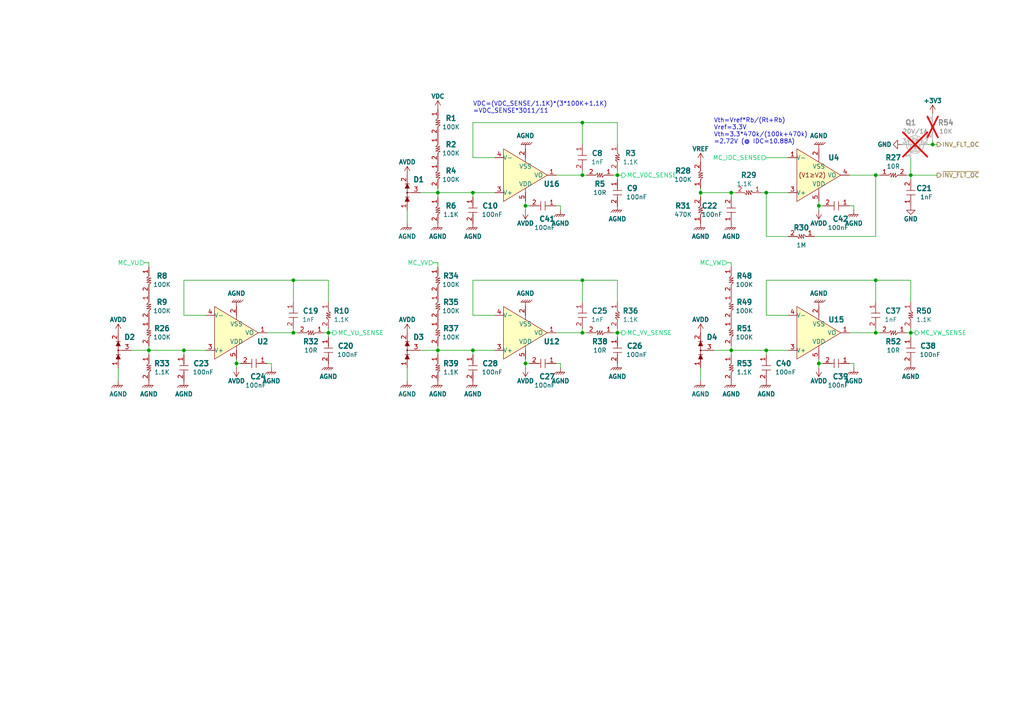
<source format=kicad_sch>
(kicad_sch (version 20231120) (generator "eeschema") (generator_version "8.0")
  (paper "A4")
  (title_block (title "POWER SUPPLY UNIT") (date "2023-10-14") (rev "0.0") (company "TON DUC THANG UNIVERSITY") (comment 1 "Schematic Designed by ...") (comment 2 "PCB Designed by ...") (comment 3 "Approved by ..."))
  (lib_symbols
    (symbol "SAMPI:AGND" (power) (pin_names (offset 0))
      (property "Value" "AGND" (at 0 -3.175 0))
      (symbol "AGND_1_1"
        (pin power_in line (at 0 0 90) (length 0) hide (name "AGND") (number "1"))
      )
    )
    (symbol "SAMPI:AVDD" (power) (pin_names (offset 0))
      (property "Value" "AVDD" (at 0 3.556 0))
      (symbol "AVDD_1_1"
        (pin power_in line (at 0 0 90) (length 0) hide (name "AVDD") (number "1"))
      )
    )
    (symbol "SAMPI:CERCAP" (pin_names hide)
      (property "Reference" "C" (at -1.905 1.905 0))
      (property "Value" "CerCap" (at -1.905 0 0))
      (symbol "CERCAP_1_1"
        (pin bidirectional line (at -2.54 -2.54 0) (length 2.54) (name "1") (number "1"))
        (pin bidirectional line (at 5.08 -2.54 180) (length 2.54) (name "2") (number "2"))
      )
    )
    (symbol "SAMPI:CMP-1CH" (pin_names hide)
      (property "Reference" "U12" (at 10.16 -15.24 0))
      (symbol "CMP-1CH_1_1"
        (text "(V1≥V2)" (at 4.445 -10.16 0) (effects (font (size 1.27 1.27))))
        (text "V+" (at 1.27 -5.08 0) (effects (font (size 1.27 1.27))))
        (text "V-" (at 1.27 -15.24 0) (effects (font (size 1.27 1.27))))
        (text "VDD" (at 6.35 -7.62 0) (effects (font (size 1.27 1.27))))
        (text "VO" (at 10.16 -10.16 0) (effects (font (size 1.27 1.27))))
        (text "VSS" (at 6.35 -12.7 0) (effects (font (size 1.27 1.27))))
        (pin input line (at -2.54 -15.24 0) (length 2.54) (name "VIN-") (number "1"))
        (pin power_in line (at 6.35 -17.78 90) (length 2.54) (name "VSS") (number "2"))
        (pin input line (at -2.54 -5.08 0) (length 2.54) (name "VIN+") (number "3"))
        (pin output line (at 15.24 -10.16 180) (length 2.54) (name "VOUT") (number "4"))
        (pin power_in line (at 6.35 -2.54 270) (length 2.54) (name "VDD") (number "5"))
      )
    )
    (symbol "SAMPI:DIODE_ARR2" (pin_names hide)
      (property "Reference" "D" (at 0 0 0))
      (property "Value" "DIODE ARR 2" (at 0 -1.905 0))
      (symbol "DIODE_ARR2_1_1"
        (pin passive line (at 12.7 -10.16 90) (length 2.54) (name "K1") (number "1"))
        (pin passive line (at 12.7 0 270) (length 2.54) (name "K2") (number "2"))
        (pin passive line (at 8.89 -5.08 0) (length 2.54) (name "COM") (number "3"))
      )
    )
    (symbol "SAMPI:FET_N-CH" (pin_names hide)
      (property "Reference" "Q" (at 1.27 1.27 0))
      (property "Value" "MFET N" (at 1.27 -1.27 0))
      (symbol "FET_N-CH_1_1"
        (pin bidirectional line (at 0 -5.08 0) (length 1.27) (name "G") (number "1"))
        (pin bidirectional line (at 3.81 0 270) (length 1.27) (name "D") (number "2"))
        (pin bidirectional line (at 3.81 -7.62 90) (length 1.27) (name "S") (number "3"))
      )
    )
    (symbol "SAMPI:OPAMP-1CH" (pin_names hide)
      (property "Reference" "U" (at 0 0 0))
      (property "Value" "OP-1CH" (at 0 -1.905 0))
      (symbol "OPAMP-1CH_1_1"
        (text "V+" (at 1.27 -5.08 0) (effects (font (size 1.27 1.27))))
        (text "V-" (at 1.27 -15.24 0) (effects (font (size 1.27 1.27))))
        (text "VDD" (at 6.35 -7.62 0) (effects (font (size 1.27 1.27))))
        (text "VO" (at 10.16 -10.16 0) (effects (font (size 1.27 1.27))))
        (text "VSS" (at 6.35 -12.7 0) (effects (font (size 1.27 1.27))))
        (pin output line (at 15.24 -10.16 180) (length 2.54) (name "VOUT") (number "1"))
        (pin power_in line (at 6.35 -17.78 90) (length 2.54) (name "VSS") (number "2"))
        (pin input line (at -2.54 -5.08 0) (length 2.54) (name "VIN+") (number "3"))
        (pin input line (at -2.54 -15.24 0) (length 2.54) (name "VIN-") (number "4"))
        (pin power_in line (at 6.35 -2.54 270) (length 2.54) (name "VDD") (number "5"))
      )
    )
    (symbol "SAMPI:RES" (pin_names hide)
      (property "Reference" "R" (at 0 1.905 0))
      (property "Value" "RES" (at 0 0 0))
      (symbol "RES_1_1"
        (pin bidirectional line (at -2.54 -2.54 0) (length 2.54) (name "1") (number "1"))
        (pin bidirectional line (at 5.08 -2.54 180) (length 2.54) (name "2") (number "2"))
      )
    )
    (symbol "SAMPI:VREF" (power) (pin_names (offset 0))
      (property "Value" "VREF" (at 0 3.556 0))
      (symbol "VREF_1_1"
        (pin power_in line (at 0 0 90) (length 0) hide (name "VREF") (number "1"))
      )
    )
    (symbol "power:+3V3" (power) (pin_names (offset 0))
      (property "Value" "+3V3" (at 0 3.556 0))
      (symbol "+3V3_1_1"
        (pin power_in line (at 0 0 90) (length 0) hide (name "+3V3") (number "1"))
      )
    )
    (symbol "power:GND" (power) (pin_names (offset 0))
      (property "Value" "GND" (at 0 -3.81 0))
      (symbol "GND_1_1"
        (pin power_in line (at 0 0 270) (length 0) hide (name "GND") (number "1"))
      )
    )
    (symbol "power:VDC" (power) (pin_names (offset 0))
      (property "Value" "VDC" (at 0 6.35 0))
      (symbol "VDC_1_1"
        (pin power_in line (at 0 0 90) (length 0) hide (name "VDC") (number "1"))
      )
    )
  )
  (junction (at 203.2 55.88))
  (junction (at 168.91 35.56))
  (junction (at 43.18 101.6))
  (junction (at 53.34 101.6))
  (junction (at 212.09 101.6))
  (junction (at 85.09 81.28))
  (junction (at 212.09 55.88))
  (junction (at 168.91 50.8))
  (junction (at 254 96.52))
  (junction (at 264.16 96.52))
  (junction (at 179.07 50.8))
  (junction (at 237.49 105.41))
  (junction (at 168.91 96.52))
  (junction (at 237.49 59.69))
  (junction (at 85.09 96.52))
  (junction (at 137.16 101.6))
  (junction (at 254 50.8))
  (junction (at 179.07 96.52))
  (junction (at 254 81.28))
  (junction (at 222.25 55.88))
  (junction (at 270.51 41.91))
  (junction (at 222.25 101.6))
  (junction (at 95.25 96.52))
  (junction (at 152.4 59.69))
  (junction (at 168.91 81.28))
  (junction (at 127 101.6))
  (junction (at 137.16 55.88))
  (junction (at 152.4 105.41))
  (junction (at 127 55.88))
  (junction (at 68.58 105.41))
  (junction (at 264.16 50.8))
  (wire (pts (xy 212.09 55.88) (xy 213.36 55.88)))
  (wire (pts (xy 127 100.33) (xy 127 101.6)))
  (wire (pts (xy 162.56 105.41) (xy 162.56 106.68)))
  (wire (pts (xy 203.2 55.88) (xy 203.2 57.15)))
  (wire (pts (xy 127 101.6) (xy 137.16 101.6)))
  (wire (pts (xy 96.52 96.52) (xy 95.25 96.52)))
  (wire (pts (xy 153.67 105.41) (xy 152.4 105.41)))
  (wire (pts (xy 222.25 81.28) (xy 254 81.28)))
  (wire (pts (xy 162.56 105.41) (xy 161.29 105.41)))
  (wire (pts (xy 237.49 105.41) (xy 237.49 106.68)))
  (wire (pts (xy 68.58 105.41) (xy 68.58 104.14)))
  (wire (pts (xy 161.29 96.52) (xy 168.91 96.52)))
  (wire (pts (xy 254 50.8) (xy 255.27 50.8)))
  (wire (pts (xy 264.16 95.25) (xy 264.16 96.52)))
  (wire (pts (xy 212.09 57.15) (xy 212.09 55.88)))
  (wire (pts (xy 203.2 54.61) (xy 203.2 55.88)))
  (wire (pts (xy 247.65 105.41) (xy 246.38 105.41)))
  (wire (pts (xy 38.1 101.6) (xy 43.18 101.6)))
  (wire (pts (xy 85.09 81.28) (xy 95.25 81.28)))
  (wire (pts (xy 254 96.52) (xy 255.27 96.52)))
  (wire (pts (xy 153.67 59.69) (xy 152.4 59.69)))
  (wire (pts (xy 162.56 59.69) (xy 162.56 60.96)))
  (wire (pts (xy 212.09 101.6) (xy 212.09 102.87)))
  (wire (pts (xy 43.18 76.2) (xy 43.18 77.47)))
  (wire (pts (xy 210.82 76.2) (xy 212.09 76.2)))
  (wire (pts (xy 228.6 91.44) (xy 222.25 91.44)))
  (wire (pts (xy 118.11 60.96) (xy 118.11 64.77)))
  (wire (pts (xy 68.58 105.41) (xy 68.58 106.68)))
  (wire (pts (xy 53.34 81.28) (xy 85.09 81.28)))
  (wire (pts (xy 179.07 96.52) (xy 177.8 96.52)))
  (wire (pts (xy 137.16 91.44) (xy 137.16 81.28)))
  (wire (pts (xy 85.09 81.28) (xy 85.09 87.63)))
  (wire (pts (xy 168.91 81.28) (xy 179.07 81.28)))
  (wire (pts (xy 271.78 50.8) (xy 264.16 50.8)))
  (wire (pts (xy 152.4 59.69) (xy 152.4 58.42)))
  (wire (pts (xy 179.07 96.52) (xy 179.07 97.79)))
  (wire (pts (xy 41.91 76.2) (xy 43.18 76.2)))
  (wire (pts (xy 264.16 45.72) (xy 264.16 50.8)))
  (wire (pts (xy 53.34 101.6) (xy 59.69 101.6)))
  (wire (pts (xy 180.34 50.8) (xy 179.07 50.8)))
  (wire (pts (xy 203.2 55.88) (xy 212.09 55.88)))
  (wire (pts (xy 179.07 81.28) (xy 179.07 87.63)))
  (wire (pts (xy 222.25 55.88) (xy 222.25 68.58)))
  (wire (pts (xy 238.76 105.41) (xy 237.49 105.41)))
  (wire (pts (xy 254 81.28) (xy 254 87.63)))
  (wire (pts (xy 238.76 59.69) (xy 237.49 59.69)))
  (wire (pts (xy 179.07 49.53) (xy 179.07 50.8)))
  (wire (pts (xy 77.47 96.52) (xy 85.09 96.52)))
  (wire (pts (xy 127 54.61) (xy 127 55.88)))
  (wire (pts (xy 207.01 101.6) (xy 212.09 101.6)))
  (wire (pts (xy 179.07 95.25) (xy 179.07 96.52)))
  (wire (pts (xy 95.25 96.52) (xy 95.25 97.79)))
  (wire (pts (xy 237.49 59.69) (xy 237.49 60.96)))
  (wire (pts (xy 222.25 45.72) (xy 228.6 45.72)))
  (wire (pts (xy 137.16 45.72) (xy 137.16 35.56)))
  (wire (pts (xy 59.69 91.44) (xy 53.34 91.44)))
  (wire (pts (xy 247.65 59.69) (xy 246.38 59.69)))
  (wire (pts (xy 222.25 101.6) (xy 228.6 101.6)))
  (wire (pts (xy 121.92 101.6) (xy 127 101.6)))
  (wire (pts (xy 222.25 102.87) (xy 222.25 101.6)))
  (wire (pts (xy 246.38 96.52) (xy 254 96.52)))
  (wire (pts (xy 137.16 57.15) (xy 137.16 55.88)))
  (wire (pts (xy 143.51 45.72) (xy 137.16 45.72)))
  (wire (pts (xy 264.16 50.8) (xy 262.89 50.8)))
  (wire (pts (xy 212.09 76.2) (xy 212.09 77.47)))
  (wire (pts (xy 168.91 96.52) (xy 170.18 96.52)))
  (wire (pts (xy 179.07 50.8) (xy 179.07 52.07)))
  (wire (pts (xy 203.2 106.68) (xy 203.2 110.49)))
  (wire (pts (xy 152.4 59.69) (xy 152.4 60.96)))
  (wire (pts (xy 179.07 50.8) (xy 177.8 50.8)))
  (wire (pts (xy 143.51 55.88) (xy 137.16 55.88)))
  (wire (pts (xy 118.11 106.68) (xy 118.11 110.49)))
  (wire (pts (xy 264.16 96.52) (xy 264.16 97.79)))
  (wire (pts (xy 152.4 105.41) (xy 152.4 104.14)))
  (wire (pts (xy 168.91 35.56) (xy 168.91 41.91)))
  (wire (pts (xy 270.51 41.91) (xy 271.78 41.91)))
  (wire (pts (xy 53.34 102.87) (xy 53.34 101.6)))
  (wire (pts (xy 264.16 81.28) (xy 264.16 87.63)))
  (wire (pts (xy 254 81.28) (xy 264.16 81.28)))
  (wire (pts (xy 168.91 96.52) (xy 168.91 95.25)))
  (wire (pts (xy 125.73 76.2) (xy 127 76.2)))
  (wire (pts (xy 236.22 68.58) (xy 254 68.58)))
  (wire (pts (xy 269.24 41.91) (xy 270.51 41.91)))
  (wire (pts (xy 168.91 81.28) (xy 168.91 87.63)))
  (wire (pts (xy 152.4 105.41) (xy 152.4 106.68)))
  (wire (pts (xy 43.18 101.6) (xy 43.18 102.87)))
  (wire (pts (xy 85.09 96.52) (xy 86.36 96.52)))
  (wire (pts (xy 162.56 59.69) (xy 161.29 59.69)))
  (wire (pts (xy 247.65 59.69) (xy 247.65 60.96)))
  (wire (pts (xy 43.18 101.6) (xy 53.34 101.6)))
  (wire (pts (xy 179.07 35.56) (xy 179.07 41.91)))
  (wire (pts (xy 222.25 55.88) (xy 228.6 55.88)))
  (wire (pts (xy 212.09 100.33) (xy 212.09 101.6)))
  (wire (pts (xy 137.16 102.87) (xy 137.16 101.6)))
  (wire (pts (xy 137.16 101.6) (xy 143.51 101.6)))
  (wire (pts (xy 121.92 55.88) (xy 127 55.88)))
  (wire (pts (xy 127 55.88) (xy 127 57.15)))
  (wire (pts (xy 43.18 100.33) (xy 43.18 101.6)))
  (wire (pts (xy 127 55.88) (xy 137.16 55.88)))
  (wire (pts (xy 168.91 35.56) (xy 179.07 35.56)))
  (wire (pts (xy 78.74 105.41) (xy 78.74 106.68)))
  (wire (pts (xy 222.25 91.44) (xy 222.25 81.28)))
  (wire (pts (xy 247.65 105.41) (xy 247.65 106.68)))
  (wire (pts (xy 95.25 95.25) (xy 95.25 96.52)))
  (wire (pts (xy 137.16 81.28) (xy 168.91 81.28)))
  (wire (pts (xy 264.16 52.07) (xy 264.16 50.8)))
  (wire (pts (xy 212.09 101.6) (xy 222.25 101.6)))
  (wire (pts (xy 95.25 96.52) (xy 93.98 96.52)))
  (wire (pts (xy 143.51 91.44) (xy 137.16 91.44)))
  (wire (pts (xy 127 76.2) (xy 127 77.47)))
  (wire (pts (xy 237.49 59.69) (xy 237.49 58.42)))
  (wire (pts (xy 246.38 50.8) (xy 254 50.8)))
  (wire (pts (xy 254 96.52) (xy 254 95.25)))
  (wire (pts (xy 78.74 105.41) (xy 77.47 105.41)))
  (wire (pts (xy 69.85 105.41) (xy 68.58 105.41)))
  (wire (pts (xy 220.98 55.88) (xy 222.25 55.88)))
  (wire (pts (xy 53.34 91.44) (xy 53.34 81.28)))
  (wire (pts (xy 127 101.6) (xy 127 102.87)))
  (wire (pts (xy 237.49 105.41) (xy 237.49 104.14)))
  (wire (pts (xy 265.43 96.52) (xy 264.16 96.52)))
  (wire (pts (xy 168.91 50.8) (xy 170.18 50.8)))
  (wire (pts (xy 254 68.58) (xy 254 50.8)))
  (wire (pts (xy 222.25 68.58) (xy 228.6 68.58)))
  (wire (pts (xy 270.51 40.64) (xy 270.51 41.91)))
  (wire (pts (xy 168.91 50.8) (xy 168.91 49.53)))
  (wire (pts (xy 85.09 96.52) (xy 85.09 95.25)))
  (wire (pts (xy 34.29 106.68) (xy 34.29 110.49)))
  (wire (pts (xy 264.16 96.52) (xy 262.89 96.52)))
  (wire (pts (xy 180.34 96.52) (xy 179.07 96.52)))
  (wire (pts (xy 161.29 50.8) (xy 168.91 50.8)))
  (wire (pts (xy 137.16 35.56) (xy 168.91 35.56)))
  (wire (pts (xy 95.25 81.28) (xy 95.25 87.63)))
  (text "Vth=Vref*Rb/(Rt+Rb)\nVref=3.3V\nVth=3.3*470k/(100k+470k)\n=2.72V (@ IDC=10.88A)" (at 207.01 41.91 0) (effects (font (size 1.27 1.27)) (justify left bottom)))
  (text "VDC=(VDC_SENSE/1.1K)*(3*100K+1.1K)\n=VDC_SENSE*3011/11" (at 137.16 33.02 0) (effects (font (size 1.27 1.27)) (justify left bottom)))
  (hierarchical_label "MC_VW" (shape input) (at 210.82 76.2 180))
  (hierarchical_label "INV_FLT_OC" (shape output) (at 271.78 41.91 0))
  (hierarchical_label "MC_VDC_SENSE" (shape output) (at 180.34 50.8 0))
  (hierarchical_label "MC_VV_SENSE" (shape output) (at 180.34 96.52 0))
  (hierarchical_label "MC_IDC_SENSE" (shape input) (at 222.25 45.72 180))
  (hierarchical_label "MC_VV" (shape input) (at 125.73 76.2 180))
  (hierarchical_label "~{INV_FLT_OC}" (shape output) (at 271.78 50.8 0))
  (hierarchical_label "MC_VU" (shape input) (at 41.91 76.2 180))
  (hierarchical_label "MC_VW_SENSE" (shape output) (at 265.43 96.52 0))
  (hierarchical_label "MC_VU_SENSE" (shape output) (at 96.52 96.52 0))
  (symbol (lib_id "SAMPI:CERCAP") (at 158.75 57.15 0) (mirror y) (unit 1)
    (property "Reference" "C41" (at 156.21 63.5 0) (effects (font (size 1.5 1.5) (bold yes)) (justify right)))
    (property "Value" "100nF" (at 154.94 66.04 0) (effects (justify right)))
    (property "Footprint" "SAMPI:CAP0603" (effects (hide yes)))
    (property "Description" "CAP CER 0.1UF 50V X7R 0603" (effects (hide yes)))
    (property "MNP" "CL10B104KB8NNNC" (effects (hide yes)))
    (property "Unit Price" "0.0146" (effects (hide yes)))
    (property "MFT" "Samsung" (effects (hide yes)))
    (property "Checked" "OK" (effects (hide yes)))
  )
  (symbol (lib_id "power:VDC") (at 127 31.75 0) (unit 1)
    (property "Reference" "#PWR032" (effects (hide yes)))
    (property "Value" "VDC" (at 127 27.94 0) (effects (font (bold yes))))
  )
  (symbol (lib_id "SAMPI:CERCAP") (at 166.37 90.17 90) (mirror x) (unit 1)
    (property "Reference" "C25" (at 171.45 90.17 90) (effects (font (size 1.5 1.5) (bold yes)) (justify right)))
    (property "Value" "1nF" (at 171.45 92.71 90) (effects (justify right)))
    (property "Footprint" "SAMPI:CAP0603" (effects (hide yes)))
    (property "Description" "CAP CER 1nF 50V X7R 0603" (effects (hide yes)))
    (property "MNP" "CL10B102KB8NNNC" (effects (hide yes)))
    (property "Unit Price" "0.027" (effects (hide yes)))
    (property "MFT" "Samsung" (effects (hide yes)))
    (property "Checked" "OK" (effects (hide yes)))
  )
  (symbol (lib_id "SAMPI:RES") (at 124.46 95.25 90) (mirror x) (unit 1)
    (property "Reference" "R37" (at 130.81 95.25 90) (effects (font (size 1.5 1.5) (bold yes))))
    (property "Value" "100K" (at 130.81 97.79 90))
    (property "Footprint" "SAMPI:RES0603" (effects (hide yes)))
    (property "Description" "RES 100K OHM 1% 1/10W 0603" (effects (hide yes)))
    (property "Unit Price" "0.019" (effects (hide yes)))
    (property "MNP" "RC0603FR-07100KL" (effects (hide yes)))
    (property "MFT" "YAGEO" (effects (hide yes)))
    (property "Checked" "OK" (effects (hide yes)))
  )
  (symbol (lib_id "SAMPI:RES") (at 181.61 44.45 270) (unit 1)
    (property "Reference" "R3" (at 182.88 44.45 90) (effects (font (size 1.5 1.5) (bold yes))))
    (property "Value" "1.1K" (at 182.88 46.99 90))
    (property "Footprint" "SAMPI:RES0603" (effects (hide yes)))
    (property "Description" "RES SMD 1.1K OHM 1% 1/10W 0603" (effects (hide yes)))
    (property "Unit Price" "0.021" (effects (hide yes)))
    (property "MNP" "AC0603FR-071K1L" (effects (hide yes)))
    (property "MFT" "YAGEO" (effects (hide yes)))
    (property "Checked" "OK" (effects (hide yes)))
  )
  (symbol (lib_id "power:GND") (at 264.16 59.69 0) (mirror y) (unit 1)
    (property "Reference" "#PWR043" (effects (hide yes)))
    (property "Value" "GND" (at 264.16 63.5 0) (effects (font (bold yes))))
  )
  (symbol (lib_id "SAMPI:AGND") (at 137.16 64.77 0) (unit 1)
    (property "Reference" "#PWR037" (effects (hide yes)))
    (property "Value" "AGND" (at 137.16 68.58 0) (effects (font (bold yes))))
  )
  (symbol (lib_id "SAMPI:RES") (at 175.26 99.06 180) (unit 1)
    (property "Reference" "R38" (at 173.99 99.06 0) (effects (font (size 1.5 1.5) (bold yes))))
    (property "Value" "10R" (at 173.99 101.6 0))
    (property "Footprint" "SAMPI:RES0603" (effects (hide yes)))
    (property "Description" "RES 10 OHM 1% 1/10W 0603" (effects (hide yes)))
    (property "Unit Price" "0.029" (effects (hide yes)))
    (property "MNP" "RC0603FR-0710RL" (effects (hide yes)))
    (property "MFT" "YAGEO" (effects (hide yes)))
    (property "Checked" "OK" (effects (hide yes)))
  )
  (symbol (lib_id "SAMPI:AGND") (at 95.25 105.41 0) (unit 1)
    (property "Reference" "#PWR040" (effects (hide yes)))
    (property "Value" "AGND" (at 95.25 109.22 0) (effects (font (bold yes))))
  )
  (symbol (lib_id "SAMPI:CERCAP") (at 266.7 57.15 270) (mirror x) (unit 1)
    (property "Reference" "C21" (at 270.51 54.61 90) (effects (font (size 1.5 1.5) (bold yes)) (justify right)))
    (property "Value" "1nF" (at 270.51 57.15 90) (effects (justify right)))
    (property "Footprint" "SAMPI:CAP0603" (effects (hide yes)))
    (property "Description" "CAP CER 1nF 50V X7R 0603" (effects (hide yes)))
    (property "MNP" "CL10B102KB8NNNC" (effects (hide yes)))
    (property "Unit Price" "0.027" (effects (hide yes)))
    (property "MFT" "Samsung" (effects (hide yes)))
    (property "Checked" "OK" (effects (hide yes)))
  )
  (symbol (lib_id "SAMPI:AGND") (at 247.65 60.96 0) (unit 1)
    (property "Reference" "#PWR0122" (effects (hide yes)))
    (property "Value" "AGND" (at 247.65 64.77 0) (effects (font (bold yes))))
  )
  (symbol (lib_id "SAMPI:RES") (at 124.46 49.53 90) (mirror x) (unit 1)
    (property "Reference" "R4" (at 130.81 49.53 90) (effects (font (size 1.5 1.5) (bold yes))))
    (property "Value" "100K" (at 130.81 52.07 90))
    (property "Footprint" "SAMPI:RES0603" (effects (hide yes)))
    (property "Description" "RES 100K OHM 1% 1/10W 0603" (effects (hide yes)))
    (property "Unit Price" "0.019" (effects (hide yes)))
    (property "MNP" "RC0603FR-07100KL" (effects (hide yes)))
    (property "MFT" "YAGEO" (effects (hide yes)))
    (property "Checked" "OK" (effects (hide yes)))
  )
  (symbol (lib_id "SAMPI:AGND") (at 264.16 105.41 0) (unit 1)
    (property "Reference" "#PWR077" (effects (hide yes)))
    (property "Value" "AGND" (at 264.16 109.22 0) (effects (font (bold yes))))
  )
  (symbol (lib_id "SAMPI:CERCAP") (at 219.71 105.41 90) (mirror x) (unit 1)
    (property "Reference" "C40" (at 224.79 105.41 90) (effects (font (size 1.5 1.5) (bold yes)) (justify right)))
    (property "Value" "100nF" (at 224.79 107.95 90) (effects (justify right)))
    (property "Footprint" "SAMPI:CAP0603" (effects (hide yes)))
    (property "Description" "CAP CER 0.1UF 50V X7R 0603" (effects (hide yes)))
    (property "MNP" "CL10B104KB8NNNC" (effects (hide yes)))
    (property "Unit Price" "0.0146" (effects (hide yes)))
    (property "MFT" "Samsung" (effects (hide yes)))
    (property "Checked" "OK" (effects (hide yes)))
  )
  (symbol (lib_id "SAMPI:CERCAP") (at 243.84 102.87 0) (mirror y) (unit 1)
    (property "Reference" "C39" (at 241.3 109.22 0) (effects (font (size 1.5 1.5) (bold yes)) (justify right)))
    (property "Value" "100nF" (at 240.03 111.76 0) (effects (justify right)))
    (property "Footprint" "SAMPI:CAP0603" (effects (hide yes)))
    (property "Description" "CAP CER 0.1UF 50V X7R 0603" (effects (hide yes)))
    (property "MNP" "CL10B104KB8NNNC" (effects (hide yes)))
    (property "Unit Price" "0.0146" (effects (hide yes)))
    (property "MFT" "Samsung" (effects (hide yes)))
    (property "Checked" "OK" (effects (hide yes)))
  )
  (symbol (lib_id "SAMPI:CERCAP") (at 50.8 105.41 90) (mirror x) (unit 1)
    (property "Reference" "C23" (at 55.88 105.41 90) (effects (font (size 1.5 1.5) (bold yes)) (justify right)))
    (property "Value" "100nF" (at 55.88 107.95 90) (effects (justify right)))
    (property "Footprint" "SAMPI:CAP0603" (effects (hide yes)))
    (property "Description" "CAP CER 0.1UF 50V X7R 0603" (effects (hide yes)))
    (property "MNP" "CL10B104KB8NNNC" (effects (hide yes)))
    (property "Unit Price" "0.0146" (effects (hide yes)))
    (property "MFT" "Samsung" (effects (hide yes)))
    (property "Checked" "OK" (effects (hide yes)))
  )
  (symbol (lib_id "SAMPI:AGND") (at 212.09 110.49 0) (unit 1)
    (property "Reference" "#PWR073" (effects (hide yes)))
    (property "Value" "AGND" (at 212.09 114.3 0) (effects (font (bold yes))))
  )
  (symbol (lib_id "SAMPI:AGND") (at 78.74 106.68 0) (unit 1)
    (property "Reference" "#PWR058" (effects (hide yes)))
    (property "Value" "AGND" (at 78.74 110.49 0) (effects (font (bold yes))))
  )
  (symbol (lib_id "SAMPI:AGND") (at 203.2 110.49 0) (unit 1)
    (property "Reference" "#PWR080" (effects (hide yes)))
    (property "Value" "AGND" (at 203.2 114.3 0) (effects (font (bold yes))))
  )
  (symbol (lib_id "SAMPI:RES") (at 233.68 66.04 0) (mirror y) (unit 1)
    (property "Reference" "R30" (at 232.41 66.04 0) (effects (font (size 1.5 1.5) (bold yes))))
    (property "Value" "1M" (at 232.41 71.12 0))
    (property "Footprint" "SAMPI:RES1206" (effects (hide yes)))
    (property "Description" "RES 1M OHM 5% 1/4W 1206" (effects (hide yes)))
    (property "Unit Price" "0.02" (effects (hide yes)))
    (property "MNP" "WR12X105 JTL" (effects (hide yes)))
    (property "MFT" "Walsin" (effects (hide yes)))
    (property "Checked" "OK" (effects (hide yes)))
  )
  (symbol (lib_id "SAMPI:AGND") (at 34.29 110.49 0) (unit 1)
    (property "Reference" "#PWR041" (effects (hide yes)))
    (property "Value" "AGND" (at 34.29 114.3 0) (effects (font (bold yes))))
  )
  (symbol (lib_id "SAMPI:DIODE_ARR2") (at 46.99 96.52 0) (mirror y) (unit 1)
    (property "Reference" "D2" (at 39.37 97.79 0) (effects (font (size 1.5 1.5) (bold yes)) (justify left)))
    (property "Value" "GP DIODE" (effects (hide yes)))
    (property "Footprint" "SAMPI:SOT23" (effects (hide yes)))
    (property "Description" "DIODE ARRAY GP 75V 150MA SOT23" (effects (hide yes)))
    (property "MNP" "MMBD4148SE" (effects (hide yes)))
    (property "Unit Price" "0.11" (effects (hide yes)))
    (property "MFT" "ANBON" (effects (hide yes)))
    (property "Checked" "OK" (effects (hide yes)))
  )
  (symbol (lib_id "SAMPI:AGND") (at 212.09 64.77 0) (unit 1)
    (property "Reference" "#PWR045" (effects (hide yes)))
    (property "Value" "AGND" (at 212.09 68.58 0) (effects (font (bold yes))))
  )
  (symbol (lib_id "SAMPI:RES") (at 175.26 53.34 180) (unit 1)
    (property "Reference" "R5" (at 173.99 53.34 0) (effects (font (size 1.5 1.5) (bold yes))))
    (property "Value" "10R" (at 173.99 55.88 0))
    (property "Footprint" "SAMPI:RES0603" (effects (hide yes)))
    (property "Description" "RES 10 OHM 1% 1/10W 0603" (effects (hide yes)))
    (property "Unit Price" "0.029" (effects (hide yes)))
    (property "MNP" "RC0603FR-0710RL" (effects (hide yes)))
    (property "MFT" "YAGEO" (effects (hide yes)))
    (property "Checked" "OK" (effects (hide yes)))
  )
  (symbol (lib_id "SAMPI:AGND") (at 127 110.49 0) (unit 1)
    (property "Reference" "#PWR071" (effects (hide yes)))
    (property "Value" "AGND" (at 127 114.3 0) (effects (font (bold yes))))
  )
  (symbol (lib_id "SAMPI:AGND") (at 203.2 64.77 0) (unit 1)
    (property "Reference" "#PWR044" (effects (hide yes)))
    (property "Value" "AGND" (at 203.2 68.58 0) (effects (font (bold yes))))
  )
  (symbol (lib_id "SAMPI:AVDD") (at 237.49 60.96 180) (unit 1)
    (property "Reference" "#PWR0121" (effects (hide yes)))
    (property "Value" "AVDD" (at 237.49 64.77 0) (effects (font (bold yes))))
  )
  (symbol (lib_id "SAMPI:CERCAP") (at 251.46 90.17 90) (mirror x) (unit 1)
    (property "Reference" "C37" (at 256.54 90.17 90) (effects (font (size 1.5 1.5) (bold yes)) (justify right)))
    (property "Value" "1nF" (at 256.54 92.71 90) (effects (justify right)))
    (property "Footprint" "SAMPI:CAP0603" (effects (hide yes)))
    (property "Description" "CAP CER 1nF 50V X7R 0603" (effects (hide yes)))
    (property "MNP" "CL10B102KB8NNNC" (effects (hide yes)))
    (property "Unit Price" "0.027" (effects (hide yes)))
    (property "MFT" "Samsung" (effects (hide yes)))
    (property "Checked" "OK" (effects (hide yes)))
  )
  (symbol (lib_id "SAMPI:DIODE_ARR2") (at 215.9 96.52 0) (mirror y) (unit 1)
    (property "Reference" "D4" (at 208.28 97.79 0) (effects (font (size 1.5 1.5) (bold yes)) (justify left)))
    (property "Value" "GP DIODE" (effects (hide yes)))
    (property "Footprint" "SAMPI:SOT23" (effects (hide yes)))
    (property "Description" "DIODE ARRAY GP 75V 150MA SOT23" (effects (hide yes)))
    (property "MNP" "MMBD4148SE" (effects (hide yes)))
    (property "Unit Price" "0.11" (effects (hide yes)))
    (property "MFT" "ANBON" (effects (hide yes)))
    (property "Checked" "OK" (effects (hide yes)))
  )
  (symbol (lib_id "SAMPI:RES") (at 218.44 53.34 0) (mirror y) (unit 1)
    (property "Reference" "R29" (at 217.17 50.8 0) (effects (font (size 1.5 1.5) (bold yes))))
    (property "Value" "1.1K" (at 215.9 53.34 0))
    (property "Footprint" "SAMPI:RES0603" (effects (hide yes)))
    (property "Description" "RES SMD 1.1K OHM 1% 1/10W 0603" (effects (hide yes)))
    (property "Unit Price" "0.021" (effects (hide yes)))
    (property "MNP" "AC0603FR-071K1L" (effects (hide yes)))
    (property "MFT" "YAGEO" (effects (hide yes)))
    (property "Checked" "OK" (effects (hide yes)))
  )
  (symbol (lib_id "SAMPI:CERCAP") (at 166.37 44.45 90) (mirror x) (unit 1)
    (property "Reference" "C8" (at 171.45 44.45 90) (effects (font (size 1.5 1.5) (bold yes)) (justify right)))
    (property "Value" "1nF" (at 171.45 46.99 90) (effects (justify right)))
    (property "Footprint" "SAMPI:CAP0603" (effects (hide yes)))
    (property "Description" "CAP CER 1nF 50V X7R 0603" (effects (hide yes)))
    (property "MNP" "CL10B102KB8NNNC" (effects (hide yes)))
    (property "Unit Price" "0.027" (effects (hide yes)))
    (property "MFT" "Samsung" (effects (hide yes)))
    (property "Checked" "OK" (effects (hide yes)))
  )
  (symbol (lib_id "SAMPI:RES") (at 40.64 105.41 90) (mirror x) (unit 1)
    (property "Reference" "R33" (at 46.99 105.41 90) (effects (font (size 1.5 1.5) (bold yes))))
    (property "Value" "1.1K" (at 46.99 107.95 90))
    (property "Footprint" "SAMPI:RES0603" (effects (hide yes)))
    (property "Description" "RES SMD 1.1K OHM 1% 1/10W 0603" (effects (hide yes)))
    (property "Unit Price" "0.021" (effects (hide yes)))
    (property "MNP" "AC0603FR-071K1L" (effects (hide yes)))
    (property "MFT" "YAGEO" (effects (hide yes)))
    (property "Checked" "OK" (effects (hide yes)))
  )
  (symbol (lib_id "power:+3V3") (at 270.51 33.02 0) (unit 1)
    (property "Reference" "#PWR0106" (effects (hide yes)))
    (property "Value" "+3V3" (at 270.51 29.21 0) (effects (font (bold yes))))
  )
  (symbol (lib_id "SAMPI:OPAMP-1CH") (at 62.23 106.68 0) (mirror x) (unit 1)
    (property "Reference" "U2" (at 76.2 99.06 0) (effects (font (size 1.5 1.5) (bold yes))))
    (property "Value" "OP-1CH" (effects (hide yes)))
    (property "Footprint" "SAMPI:SOT353" (effects (hide yes)))
    (property "Description" "IC OPAMP GP 1 CIRCUIT SC88A" (effects (hide yes)))
    (property "MNP" "NCV21871SQ3T2G" (effects (hide yes)))
    (property "Unit Price" "0.633" (effects (hide yes)))
    (property "MFT" "Onsemi" (effects (hide yes)))
    (property "Checked" "OK" (effects (hide yes)))
  )
  (symbol (lib_id "SAMPI:DIODE_ARR2") (at 130.81 96.52 0) (mirror y) (unit 1)
    (property "Reference" "D3" (at 123.19 97.79 0) (effects (font (size 1.5 1.5) (bold yes)) (justify left)))
    (property "Value" "GP DIODE" (effects (hide yes)))
    (property "Footprint" "SAMPI:SOT23" (effects (hide yes)))
    (property "Description" "DIODE ARRAY GP 75V 150MA SOT23" (effects (hide yes)))
    (property "MNP" "MMBD4148SE" (effects (hide yes)))
    (property "Unit Price" "0.11" (effects (hide yes)))
    (property "MFT" "ANBON" (effects (hide yes)))
    (property "Checked" "OK" (effects (hide yes)))
  )
  (symbol (lib_id "SAMPI:AGND") (at 247.65 106.68 0) (unit 1)
    (property "Reference" "#PWR079" (effects (hide yes)))
    (property "Value" "AGND" (at 247.65 110.49 0) (effects (font (bold yes))))
  )
  (symbol (lib_id "SAMPI:AVDD") (at 118.11 96.52 0) (unit 1)
    (property "Reference" "#PWR046" (effects (hide yes)))
    (property "Value" "AVDD" (at 118.11 92.71 0) (effects (font (bold yes))))
  )
  (symbol (lib_id "SAMPI:AGND") (at 137.16 110.49 0) (unit 1)
    (property "Reference" "#PWR072" (effects (hide yes)))
    (property "Value" "AGND" (at 137.16 114.3 0) (effects (font (bold yes))))
  )
  (symbol (lib_id "SAMPI:RES") (at 257.81 48.26 0) (unit 1)
    (property "Reference" "R27" (at 259.08 45.72 0) (effects (font (size 1.5 1.5) (bold yes))))
    (property "Value" "10R" (at 259.08 48.26 0))
    (property "Footprint" "SAMPI:RES0603" (effects (hide yes)))
    (property "Description" "RES 10 OHM 1% 1/10W 0603" (effects (hide yes)))
    (property "Unit Price" "0.029" (effects (hide yes)))
    (property "MNP" "RC0603FR-0710RL" (effects (hide yes)))
    (property "MFT" "YAGEO" (effects (hide yes)))
    (property "Checked" "OK" (effects (hide yes)))
  )
  (symbol (lib_id "SAMPI:CERCAP") (at 134.62 105.41 90) (mirror x) (unit 1)
    (property "Reference" "C28" (at 139.7 105.41 90) (effects (font (size 1.5 1.5) (bold yes)) (justify right)))
    (property "Value" "100nF" (at 139.7 107.95 90) (effects (justify right)))
    (property "Footprint" "SAMPI:CAP0603" (effects (hide yes)))
    (property "Description" "CAP CER 0.1UF 50V X7R 0603" (effects (hide yes)))
    (property "MNP" "CL10B104KB8NNNC" (effects (hide yes)))
    (property "Unit Price" "0.0146" (effects (hide yes)))
    (property "MFT" "Samsung" (effects (hide yes)))
    (property "Checked" "OK" (effects (hide yes)))
  )
  (symbol (lib_id "SAMPI:CERCAP") (at 176.53 100.33 90) (mirror x) (unit 1)
    (property "Reference" "C26" (at 181.61 100.33 90) (effects (font (size 1.5 1.5) (bold yes)) (justify right)))
    (property "Value" "100nF" (at 181.61 102.87 90) (effects (justify right)))
    (property "Footprint" "SAMPI:CAP0603" (effects (hide yes)))
    (property "Description" "CAP CER 0.1UF 50V X7R 0603" (effects (hide yes)))
    (property "MNP" "CL10B104KB8NNNC" (effects (hide yes)))
    (property "Unit Price" "0.0146" (effects (hide yes)))
    (property "MFT" "Samsung" (effects (hide yes)))
    (property "Checked" "OK" (effects (hide yes)))
  )
  (symbol (lib_id "SAMPI:RES") (at 205.74 62.23 270) (mirror x) (unit 1)
    (property "Reference" "R31" (at 198.12 59.69 90) (effects (font (size 1.5 1.5) (bold yes))))
    (property "Value" "470K" (at 198.12 62.23 90))
    (property "Footprint" "SAMPI:RES0603" (effects (hide yes)))
    (property "Description" "RES 470K OHM 1% 1/10W 0603" (effects (hide yes)))
    (property "Unit Price" "0.019" (effects (hide yes)))
    (property "MNP" "RC0603FR-13470KL" (effects (hide yes)))
    (property "MFT" "YAGEO" (effects (hide yes)))
    (property "Checked" "OK" (effects (hide yes)))
  )
  (symbol (lib_id "SAMPI:RES") (at 260.35 99.06 180) (unit 1)
    (property "Reference" "R52" (at 259.08 99.06 0) (effects (font (size 1.5 1.5) (bold yes))))
    (property "Value" "10R" (at 259.08 101.6 0))
    (property "Footprint" "SAMPI:RES0603" (effects (hide yes)))
    (property "Description" "RES 10 OHM 1% 1/10W 0603" (effects (hide yes)))
    (property "Unit Price" "0.029" (effects (hide yes)))
    (property "MNP" "RC0603FR-0710RL" (effects (hide yes)))
    (property "MFT" "YAGEO" (effects (hide yes)))
    (property "Checked" "OK" (effects (hide yes)))
  )
  (symbol (lib_id "SAMPI:AGND") (at 237.49 88.9 180) (unit 1)
    (property "Reference" "#PWR063" (effects (hide yes)))
    (property "Value" "AGND" (at 237.49 85.09 0) (effects (font (bold yes))))
  )
  (symbol (lib_id "SAMPI:RES") (at 124.46 80.01 90) (mirror x) (unit 1)
    (property "Reference" "R34" (at 130.81 80.01 90) (effects (font (size 1.5 1.5) (bold yes))))
    (property "Value" "100K" (at 130.81 82.55 90))
    (property "Footprint" "SAMPI:RES0603" (effects (hide yes)))
    (property "Description" "RES 100K OHM 1% 1/10W 0603" (effects (hide yes)))
    (property "Unit Price" "0.019" (effects (hide yes)))
    (property "MNP" "RC0603FR-07100KL" (effects (hide yes)))
    (property "MFT" "YAGEO" (effects (hide yes)))
    (property "Checked" "OK" (effects (hide yes)))
  )
  (symbol (lib_id "SAMPI:CERCAP") (at 134.62 59.69 90) (mirror x) (unit 1)
    (property "Reference" "C10" (at 139.7 59.69 90) (effects (font (size 1.5 1.5) (bold yes)) (justify right)))
    (property "Value" "100nF" (at 139.7 62.23 90) (effects (justify right)))
    (property "Footprint" "SAMPI:CAP0603" (effects (hide yes)))
    (property "Description" "CAP CER 0.1UF 50V X7R 0603" (effects (hide yes)))
    (property "MNP" "CL10B104KB8NNNC" (effects (hide yes)))
    (property "Unit Price" "0.0146" (effects (hide yes)))
    (property "MFT" "Samsung" (effects (hide yes)))
    (property "Checked" "OK" (effects (hide yes)))
  )
  (symbol (lib_id "SAMPI:AGND") (at 118.11 110.49 0) (unit 1)
    (property "Reference" "#PWR062" (effects (hide yes)))
    (property "Value" "AGND" (at 118.11 114.3 0) (effects (font (bold yes))))
  )
  (symbol (lib_id "SAMPI:AGND") (at 68.58 88.9 180) (unit 1)
    (property "Reference" "#PWR059" (effects (hide yes)))
    (property "Value" "AGND" (at 68.58 85.09 0) (effects (font (bold yes))))
  )
  (symbol (lib_id "SAMPI:AGND") (at 179.07 105.41 0) (unit 1)
    (property "Reference" "#PWR047" (effects (hide yes)))
    (property "Value" "AGND" (at 179.07 109.22 0) (effects (font (bold yes))))
  )
  (symbol (lib_id "SAMPI:RES") (at 209.55 80.01 90) (mirror x) (unit 1)
    (property "Reference" "R48" (at 215.9 80.01 90) (effects (font (size 1.5 1.5) (bold yes))))
    (property "Value" "100K" (at 215.9 82.55 90))
    (property "Footprint" "SAMPI:RES0603" (effects (hide yes)))
    (property "Description" "RES 100K OHM 1% 1/10W 0603" (effects (hide yes)))
    (property "Unit Price" "0.019" (effects (hide yes)))
    (property "MNP" "RC0603FR-07100KL" (effects (hide yes)))
    (property "MFT" "YAGEO" (effects (hide yes)))
    (property "Checked" "OK" (effects (hide yes)))
  )
  (symbol (lib_id "SAMPI:VREF") (at 203.2 46.99 0) (unit 1)
    (property "Reference" "#PWR042" (effects (hide yes)))
    (property "Value" "VREF" (at 203.2 43.18 0) (effects (font (bold yes))))
  )
  (symbol (lib_id "SAMPI:AGND") (at 152.4 88.9 180) (unit 1)
    (property "Reference" "#PWR038" (effects (hide yes)))
    (property "Value" "AGND" (at 152.4 85.09 0) (effects (font (bold yes))))
  )
  (symbol (lib_id "SAMPI:RES") (at 124.46 105.41 90) (mirror x) (unit 1)
    (property "Reference" "R39" (at 130.81 105.41 90) (effects (font (size 1.5 1.5) (bold yes))))
    (property "Value" "1.1K" (at 130.81 107.95 90))
    (property "Footprint" "SAMPI:RES0603" (effects (hide yes)))
    (property "Description" "RES SMD 1.1K OHM 1% 1/10W 0603" (effects (hide yes)))
    (property "Unit Price" "0.021" (effects (hide yes)))
    (property "MNP" "AC0603FR-071K1L" (effects (hide yes)))
    (property "MFT" "YAGEO" (effects (hide yes)))
    (property "Checked" "OK" (effects (hide yes)))
  )
  (symbol (lib_id "SAMPI:CERCAP") (at 158.75 102.87 0) (mirror y) (unit 1)
    (property "Reference" "C27" (at 156.21 109.22 0) (effects (font (size 1.5 1.5) (bold yes)) (justify right)))
    (property "Value" "100nF" (at 154.94 111.76 0) (effects (justify right)))
    (property "Footprint" "SAMPI:CAP0603" (effects (hide yes)))
    (property "Description" "CAP CER 0.1UF 50V X7R 0603" (effects (hide yes)))
    (property "MNP" "CL10B104KB8NNNC" (effects (hide yes)))
    (property "Unit Price" "0.0146" (effects (hide yes)))
    (property "MFT" "Samsung" (effects (hide yes)))
    (property "Checked" "OK" (effects (hide yes)))
  )
  (symbol (lib_id "SAMPI:RES") (at 40.64 87.63 90) (mirror x) (unit 1)
    (property "Reference" "R9" (at 46.99 87.63 90) (effects (font (size 1.5 1.5) (bold yes))))
    (property "Value" "100K" (at 46.99 90.17 90))
    (property "Footprint" "SAMPI:RES0603" (effects (hide yes)))
    (property "Description" "RES 100K OHM 1% 1/10W 0603" (effects (hide yes)))
    (property "Unit Price" "0.019" (effects (hide yes)))
    (property "MNP" "RC0603FR-07100KL" (effects (hide yes)))
    (property "MFT" "YAGEO" (effects (hide yes)))
    (property "Checked" "OK" (effects (hide yes)))
  )
  (symbol (lib_id "SAMPI:RES") (at 40.64 80.01 90) (mirror x) (unit 1)
    (property "Reference" "R8" (at 46.99 80.01 90) (effects (font (size 1.5 1.5) (bold yes))))
    (property "Value" "100K" (at 46.99 82.55 90))
    (property "Footprint" "SAMPI:RES0603" (effects (hide yes)))
    (property "Description" "RES 100K OHM 1% 1/10W 0603" (effects (hide yes)))
    (property "Unit Price" "0.019" (effects (hide yes)))
    (property "MNP" "RC0603FR-07100KL" (effects (hide yes)))
    (property "MFT" "YAGEO" (effects (hide yes)))
    (property "Checked" "OK" (effects (hide yes)))
  )
  (symbol (lib_id "SAMPI:OPAMP-1CH") (at 146.05 106.68 0) (mirror x) (unit 1)
    (property "Reference" "U12" (at 160.02 99.06 0) (effects (font (size 1.5 1.5) (bold yes))))
    (property "Value" "OP-1CH" (effects (hide yes)))
    (property "Footprint" "SAMPI:SOT353" (effects (hide yes)))
    (property "Description" "IC OPAMP GP 1 CIRCUIT SC88A" (effects (hide yes)))
    (property "MNP" "NCV21871SQ3T2G" (effects (hide yes)))
    (property "Unit Price" "0.633" (effects (hide yes)))
    (property "MFT" "Onsemi" (effects (hide yes)))
    (property "Checked" "OK" (effects (hide yes)))
  )
  (symbol (lib_id "SAMPI:AGND") (at 162.56 106.68 0) (unit 1)
    (property "Reference" "#PWR061" (effects (hide yes)))
    (property "Value" "AGND" (at 162.56 110.49 0) (effects (font (bold yes))))
  )
  (symbol (lib_id "power:GND") (at 261.62 41.91 270) (mirror x) (unit 1)
    (property "Reference" "#PWR081" (effects (hide yes)))
    (property "Value" "GND" (at 256.54 41.91 90) (effects (font (bold yes))))
  )
  (symbol (lib_id "SAMPI:AGND") (at 222.25 110.49 0) (unit 1)
    (property "Reference" "#PWR074" (effects (hide yes)))
    (property "Value" "AGND" (at 222.25 114.3 0) (effects (font (bold yes))))
  )
  (symbol (lib_id "SAMPI:AGND") (at 237.49 43.18 180) (unit 1)
    (property "Reference" "#PWR0120" (effects (hide yes)))
    (property "Value" "AGND" (at 237.49 39.37 0) (effects (font (bold yes))))
  )
  (symbol (lib_id "SAMPI:CERCAP") (at 214.63 62.23 270) (mirror x) (unit 1)
    (property "Reference" "C22" (at 208.28 59.69 90) (effects (font (size 1.5 1.5) (bold yes)) (justify right)))
    (property "Value" "100nF" (at 209.55 62.23 90) (effects (justify right)))
    (property "Footprint" "SAMPI:CAP0603" (effects (hide yes)))
    (property "Description" "CAP CER 0.1UF 50V X7R 0603" (effects (hide yes)))
    (property "MNP" "CL10B104KB8NNNC" (effects (hide yes)))
    (property "Unit Price" "0.0146" (effects (hide yes)))
    (property "MFT" "Samsung" (effects (hide yes)))
    (property "Checked" "OK" (effects (hide yes)))
  )
  (symbol (lib_id "SAMPI:AVDD") (at 34.29 96.52 0) (unit 1)
    (property "Reference" "#PWR039" (effects (hide yes)))
    (property "Value" "AVDD" (at 34.29 92.71 0) (effects (font (bold yes))))
  )
  (symbol (lib_id "SAMPI:CERCAP") (at 176.53 54.61 90) (mirror x) (unit 1)
    (property "Reference" "C9" (at 181.61 54.61 90) (effects (font (size 1.5 1.5) (bold yes)) (justify right)))
    (property "Value" "100nF" (at 181.61 57.15 90) (effects (justify right)))
    (property "Footprint" "SAMPI:CAP0603" (effects (hide yes)))
    (property "Description" "CAP CER 0.1UF 50V X7R 0603" (effects (hide yes)))
    (property "MNP" "CL10B104KB8NNNC" (effects (hide yes)))
    (property "Unit Price" "0.0146" (effects (hide yes)))
    (property "MFT" "Samsung" (effects (hide yes)))
    (property "Checked" "OK" (effects (hide yes)))
  )
  (symbol (lib_id "SAMPI:RES") (at 266.7 90.17 270) (unit 1)
    (property "Reference" "R50" (at 267.97 90.17 90) (effects (font (size 1.5 1.5) (bold yes))))
    (property "Value" "1.1K" (at 267.97 92.71 90))
    (property "Footprint" "SAMPI:RES0603" (effects (hide yes)))
    (property "Description" "RES SMD 1.1K OHM 1% 1/10W 0603" (effects (hide yes)))
    (property "Unit Price" "0.021" (effects (hide yes)))
    (property "MNP" "AC0603FR-071K1L" (effects (hide yes)))
    (property "MFT" "YAGEO" (effects (hide yes)))
    (property "Checked" "OK" (effects (hide yes)))
  )
  (symbol (lib_id "SAMPI:AGND") (at 118.11 64.77 0) (unit 1)
    (property "Reference" "#PWR035" (effects (hide yes)))
    (property "Value" "AGND" (at 118.11 68.58 0) (effects (font (bold yes))))
  )
  (symbol (lib_id "SAMPI:AVDD") (at 152.4 106.68 180) (unit 1)
    (property "Reference" "#PWR060" (effects (hide yes)))
    (property "Value" "AVDD" (at 152.4 110.49 0) (effects (font (bold yes))))
  )
  (symbol (lib_id "SAMPI:RES") (at 205.74 52.07 270) (mirror x) (unit 1)
    (property "Reference" "R28" (at 198.12 49.53 90) (effects (font (size 1.5 1.5) (bold yes))))
    (property "Value" "100K" (at 198.12 52.07 90))
    (property "Footprint" "SAMPI:RES0603" (effects (hide yes)))
    (property "Description" "RES 100K OHM 1% 1/10W 0603" (effects (hide yes)))
    (property "Unit Price" "0.019" (effects (hide yes)))
    (property "MNP" "RC0603FR-07100KL" (effects (hide yes)))
    (property "MFT" "YAGEO" (effects (hide yes)))
    (property "Checked" "OK" (effects (hide yes)))
  )
  (symbol (lib_id "SAMPI:AGND") (at 162.56 60.96 0) (unit 1)
    (property "Reference" "#PWR0119" (effects (hide yes)))
    (property "Value" "AGND" (at 162.56 64.77 0) (effects (font (bold yes))))
  )
  (symbol (lib_id "SAMPI:OPAMP-1CH") (at 231.14 106.68 0) (mirror x) (unit 1)
    (property "Reference" "U15" (at 242.57 92.71 0) (effects (font (size 1.5 1.5) (bold yes))))
    (property "Value" "OP-1CH" (effects (hide yes)))
    (property "Footprint" "SAMPI:SOT353" (effects (hide yes)))
    (property "Description" "IC OPAMP GP 1 CIRCUIT SC88A" (effects (hide yes)))
    (property "MNP" "NCV21871SQ3T2G" (effects (hide yes)))
    (property "Unit Price" "0.633" (effects (hide yes)))
    (property "MFT" "Onsemi" (effects (hide yes)))
    (property "Checked" "OK" (effects (hide yes)))
  )
  (symbol (lib_id "SAMPI:RES") (at 124.46 87.63 90) (mirror x) (unit 1)
    (property "Reference" "R35" (at 130.81 87.63 90) (effects (font (size 1.5 1.5) (bold yes))))
    (property "Value" "100K" (at 130.81 90.17 90))
    (property "Footprint" "SAMPI:RES0603" (effects (hide yes)))
    (property "Description" "RES 100K OHM 1% 1/10W 0603" (effects (hide yes)))
    (property "Unit Price" "0.019" (effects (hide yes)))
    (property "MNP" "RC0603FR-07100KL" (effects (hide yes)))
    (property "MFT" "YAGEO" (effects (hide yes)))
    (property "Checked" "OK" (effects (hide yes)))
  )
  (symbol (lib_id "SAMPI:AGND") (at 179.07 59.69 0) (unit 1)
    (property "Reference" "#PWR034" (effects (hide yes)))
    (property "Value" "AGND" (at 179.07 63.5 0) (effects (font (bold yes))))
  )
  (symbol (lib_id "SAMPI:CMP-1CH") (at 231.14 60.96 0) (mirror x) (unit 1)
    (property "Reference" "U4" (at 240.03 45.72 0) (effects (font (size 1.5 1.5) (bold yes)) (justify left)))
    (property "Value" "CMP-1CH" (effects (hide yes)))
    (property "Footprint" "SAMPI:SOT25_DIODES" (effects (hide yes)))
    (property "Description" "IC COMPARATOR 1 GEN PUR SOT25" (effects (hide yes)))
    (property "MNP" "AP331AWG-7" (effects (hide yes)))
    (property "MFT" "Diodes" (effects (hide yes)))
    (property "Unit Price" "0.36" (effects (hide yes)))
    (property "Checked" "OK" (effects (hide yes)))
  )
  (symbol (lib_id "SAMPI:CERCAP") (at 261.62 100.33 90) (mirror x) (unit 1)
    (property "Reference" "C38" (at 266.7 100.33 90) (effects (font (size 1.5 1.5) (bold yes)) (justify right)))
    (property "Value" "100nF" (at 266.7 102.87 90) (effects (justify right)))
    (property "Footprint" "SAMPI:CAP0603" (effects (hide yes)))
    (property "Description" "CAP CER 0.1UF 50V X7R 0603" (effects (hide yes)))
    (property "MNP" "CL10B104KB8NNNC" (effects (hide yes)))
    (property "Unit Price" "0.0146" (effects (hide yes)))
    (property "MFT" "Samsung" (effects (hide yes)))
    (property "Checked" "OK" (effects (hide yes)))
  )
  (symbol (lib_id "SAMPI:AGND") (at 43.18 110.49 0) (unit 1)
    (property "Reference" "#PWR069" (effects (hide yes)))
    (property "Value" "AGND" (at 43.18 114.3 0) (effects (font (bold yes))))
  )
  (symbol (lib_id "SAMPI:OPAMP-1CH") (at 146.05 60.96 0) (mirror x) (unit 1)
    (property "Reference" "U16" (at 160.02 53.34 0) (effects (font (size 1.5 1.5) (bold yes))))
    (property "Value" "OP-1CH" (effects (hide yes)))
    (property "Footprint" "SAMPI:SOT353" (effects (hide yes)))
    (property "Description" "IC OPAMP GP 1 CIRCUIT SC88A" (effects (hide yes)))
    (property "MNP" "NCV21871SQ3T2G" (effects (hide yes)))
    (property "Unit Price" "0.633" (effects (hide yes)))
    (property "MFT" "Onsemi" (effects (hide yes)))
    (property "Checked" "OK" (effects (hide yes)))
  )
  (symbol (lib_id "SAMPI:RES") (at 124.46 41.91 90) (mirror x) (unit 1)
    (property "Reference" "R2" (at 130.81 41.91 90) (effects (font (size 1.5 1.5) (bold yes))))
    (property "Value" "100K" (at 130.81 44.45 90))
    (property "Footprint" "SAMPI:RES0603" (effects (hide yes)))
    (property "Description" "RES 100K OHM 1% 1/10W 0603" (effects (hide yes)))
    (property "Unit Price" "0.019" (effects (hide yes)))
    (property "MNP" "RC0603FR-07100KL" (effects (hide yes)))
    (property "MFT" "YAGEO" (effects (hide yes)))
    (property "Checked" "OK" (effects (hide yes)))
  )
  (symbol (lib_id "SAMPI:AGND") (at 152.4 43.18 180) (unit 1)
    (property "Reference" "#PWR0117" (effects (hide yes)))
    (property "Value" "AGND" (at 152.4 39.37 0) (effects (font (bold yes))))
  )
  (symbol (lib_id "SAMPI:RES") (at 40.64 95.25 90) (mirror x) (unit 1)
    (property "Reference" "R26" (at 46.99 95.25 90) (effects (font (size 1.5 1.5) (bold yes))))
    (property "Value" "100K" (at 46.99 97.79 90))
    (property "Footprint" "SAMPI:RES0603" (effects (hide yes)))
    (property "Description" "RES 100K OHM 1% 1/10W 0603" (effects (hide yes)))
    (property "Unit Price" "0.019" (effects (hide yes)))
    (property "MNP" "RC0603FR-07100KL" (effects (hide yes)))
    (property "MFT" "YAGEO" (effects (hide yes)))
    (property "Checked" "OK" (effects (hide yes)))
  )
  (symbol (lib_id "SAMPI:AGND") (at 127 64.77 0) (unit 1)
    (property "Reference" "#PWR036" (effects (hide yes)))
    (property "Value" "AGND" (at 127 68.58 0) (effects (font (bold yes))))
  )
  (symbol (lib_id "SAMPI:RES") (at 209.55 87.63 90) (mirror x) (unit 1)
    (property "Reference" "R49" (at 215.9 87.63 90) (effects (font (size 1.5 1.5) (bold yes))))
    (property "Value" "100K" (at 215.9 90.17 90))
    (property "Footprint" "SAMPI:RES0603" (effects (hide yes)))
    (property "Description" "RES 100K OHM 1% 1/10W 0603" (effects (hide yes)))
    (property "Unit Price" "0.019" (effects (hide yes)))
    (property "MNP" "RC0603FR-07100KL" (effects (hide yes)))
    (property "MFT" "YAGEO" (effects (hide yes)))
    (property "Checked" "OK" (effects (hide yes)))
  )
  (symbol (lib_id "SAMPI:CERCAP") (at 82.55 90.17 90) (mirror x) (unit 1)
    (property "Reference" "C19" (at 87.63 90.17 90) (effects (font (size 1.5 1.5) (bold yes)) (justify right)))
    (property "Value" "1nF" (at 87.63 92.71 90) (effects (justify right)))
    (property "Footprint" "SAMPI:CAP0603" (effects (hide yes)))
    (property "Description" "CAP CER 1nF 50V X7R 0603" (effects (hide yes)))
    (property "MNP" "CL10B102KB8NNNC" (effects (hide yes)))
    (property "Unit Price" "0.027" (effects (hide yes)))
    (property "MFT" "Samsung" (effects (hide yes)))
    (property "Checked" "OK" (effects (hide yes)))
  )
  (symbol (lib_id "SAMPI:AGND") (at 53.34 110.49 0) (unit 1)
    (property "Reference" "#PWR070" (effects (hide yes)))
    (property "Value" "AGND" (at 53.34 114.3 0) (effects (font (bold yes))))
  )
  (symbol (lib_id "SAMPI:RES") (at 209.55 95.25 90) (mirror x) (unit 1)
    (property "Reference" "R51" (at 215.9 95.25 90) (effects (font (size 1.5 1.5) (bold yes))))
    (property "Value" "100K" (at 215.9 97.79 90))
    (property "Footprint" "SAMPI:RES0603" (effects (hide yes)))
    (property "Description" "RES 100K OHM 1% 1/10W 0603" (effects (hide yes)))
    (property "Unit Price" "0.019" (effects (hide yes)))
    (property "MNP" "RC0603FR-07100KL" (effects (hide yes)))
    (property "MFT" "YAGEO" (effects (hide yes)))
    (property "Checked" "OK" (effects (hide yes)))
  )
  (symbol (lib_id "SAMPI:DIODE_ARR2") (at 130.81 50.8 0) (mirror y) (unit 1)
    (property "Reference" "D1" (at 123.19 52.07 0) (effects (font (size 1.5 1.5) (bold yes)) (justify left)))
    (property "Value" "GP DIODE" (effects (hide yes)))
    (property "Footprint" "SAMPI:SOT23" (effects (hide yes)))
    (property "Description" "DIODE ARRAY GP 75V 150MA SOT23" (effects (hide yes)))
    (property "MNP" "MMBD4148SE" (effects (hide yes)))
    (property "Unit Price" "0.11" (effects (hide yes)))
    (property "MFT" "ANBON" (effects (hide yes)))
    (property "Checked" "OK" (effects (hide yes)))
  )
  (symbol (lib_id "SAMPI:CERCAP") (at 243.84 57.15 0) (mirror y) (unit 1)
    (property "Reference" "C42" (at 241.3 63.5 0) (effects (font (size 1.5 1.5) (bold yes)) (justify right)))
    (property "Value" "100nF" (at 240.03 66.04 0) (effects (justify right)))
    (property "Footprint" "SAMPI:CAP0603" (effects (hide yes)))
    (property "Description" "CAP CER 0.1UF 50V X7R 0603" (effects (hide yes)))
    (property "MNP" "CL10B104KB8NNNC" (effects (hide yes)))
    (property "Unit Price" "0.0146" (effects (hide yes)))
    (property "MFT" "Samsung" (effects (hide yes)))
    (property "Checked" "OK" (effects (hide yes)))
  )
  (symbol (lib_id "SAMPI:RES") (at 181.61 90.17 270) (unit 1)
    (property "Reference" "R36" (at 182.88 90.17 90) (effects (font (size 1.5 1.5) (bold yes))))
    (property "Value" "1.1K" (at 182.88 92.71 90))
    (property "Footprint" "SAMPI:RES0603" (effects (hide yes)))
    (property "Description" "RES SMD 1.1K OHM 1% 1/10W 0603" (effects (hide yes)))
    (property "Unit Price" "0.021" (effects (hide yes)))
    (property "MNP" "AC0603FR-071K1L" (effects (hide yes)))
    (property "MFT" "YAGEO" (effects (hide yes)))
    (property "Checked" "OK" (effects (hide yes)))
  )
  (symbol (lib_id "SAMPI:CERCAP") (at 74.93 102.87 0) (mirror y) (unit 1)
    (property "Reference" "C24" (at 72.39 109.22 0) (effects (font (size 1.5 1.5) (bold yes)) (justify right)))
    (property "Value" "100nF" (at 71.12 111.76 0) (effects (justify right)))
    (property "Footprint" "SAMPI:CAP0603" (effects (hide yes)))
    (property "Description" "CAP CER 0.1UF 50V X7R 0603" (effects (hide yes)))
    (property "MNP" "CL10B104KB8NNNC" (effects (hide yes)))
    (property "Unit Price" "0.0146" (effects (hide yes)))
    (property "MFT" "Samsung" (effects (hide yes)))
    (property "Checked" "OK" (effects (hide yes)))
  )
  (symbol (lib_id "SAMPI:RES") (at 97.79 90.17 270) (unit 1)
    (property "Reference" "R10" (at 99.06 90.17 90) (effects (font (size 1.5 1.5) (bold yes))))
    (property "Value" "1.1K" (at 99.06 92.71 90))
    (property "Footprint" "SAMPI:RES0603" (effects (hide yes)))
    (property "Description" "RES SMD 1.1K OHM 1% 1/10W 0603" (effects (hide yes)))
    (property "Unit Price" "0.021" (effects (hide yes)))
    (property "MNP" "AC0603FR-071K1L" (effects (hide yes)))
    (property "MFT" "YAGEO" (effects (hide yes)))
    (property "Checked" "OK" (effects (hide yes)))
  )
  (symbol (lib_id "SAMPI:CERCAP") (at 92.71 100.33 90) (mirror x) (unit 1)
    (property "Reference" "C20" (at 97.79 100.33 90) (effects (font (size 1.5 1.5) (bold yes)) (justify right)))
    (property "Value" "100nF" (at 97.79 102.87 90) (effects (justify right)))
    (property "Footprint" "SAMPI:CAP0603" (effects (hide yes)))
    (property "Description" "CAP CER 0.1UF 50V X7R 0603" (effects (hide yes)))
    (property "MNP" "CL10B104KB8NNNC" (effects (hide yes)))
    (property "Unit Price" "0.0146" (effects (hide yes)))
    (property "MFT" "Samsung" (effects (hide yes)))
    (property "Checked" "OK" (effects (hide yes)))
  )
  (symbol (lib_id "SAMPI:AVDD") (at 237.49 106.68 180) (unit 1)
    (property "Reference" "#PWR078" (effects (hide yes)))
    (property "Value" "AVDD" (at 237.49 110.49 0) (effects (font (bold yes))))
  )
  (symbol (lib_id "SAMPI:AVDD") (at 152.4 60.96 180) (unit 1)
    (property "Reference" "#PWR0118" (effects (hide yes)))
    (property "Value" "AVDD" (at 152.4 64.77 0) (effects (font (bold yes))))
  )
  (symbol (lib_id "SAMPI:RES") (at 124.46 59.69 90) (mirror x) (unit 1)
    (property "Reference" "R6" (at 130.81 59.69 90) (effects (font (size 1.5 1.5) (bold yes))))
    (property "Value" "1.1K" (at 130.81 62.23 90))
    (property "Footprint" "SAMPI:RES0603" (effects (hide yes)))
    (property "Description" "RES SMD 1.1K OHM 1% 1/10W 0603" (effects (hide yes)))
    (property "Unit Price" "0.021" (effects (hide yes)))
    (property "MNP" "AC0603FR-071K1L" (effects (hide yes)))
    (property "MFT" "YAGEO" (effects (hide yes)))
    (property "Checked" "OK" (effects (hide yes)))
  )
  (symbol (lib_id "SAMPI:RES") (at 124.46 34.29 90) (mirror x) (unit 1)
    (property "Reference" "R1" (at 130.81 34.29 90) (effects (font (size 1.5 1.5) (bold yes))))
    (property "Value" "100K" (at 130.81 36.83 90))
    (property "Footprint" "SAMPI:RES0603" (effects (hide yes)))
    (property "Description" "RES 100K OHM 1% 1/10W 0603" (effects (hide yes)))
    (property "Unit Price" "0.019" (effects (hide yes)))
    (property "MNP" "RC0603FR-07100KL" (effects (hide yes)))
    (property "MFT" "YAGEO" (effects (hide yes)))
    (property "Checked" "OK" (effects (hide yes)))
  )
  (symbol (lib_id "SAMPI:RES") (at 267.97 35.56 90) (mirror x) (unit 1) (in_bom no) (dnp yes)
    (property "Reference" "R54" (at 274.32 35.56 90) (effects (font (size 1.5 1.5) (bold yes))))
    (property "Value" "10K" (at 274.32 38.1 90))
    (property "Footprint" "SAMPI:RES0603" (effects (hide yes)))
    (property "Description" "RES 10K OHM 1% 1/10W 0603" (effects (hide yes)))
    (property "Unit Price" "0.019" (effects (hide yes)))
    (property "MNP" "RC0603FR-0710KL" (effects (hide yes)))
    (property "MFT" "YAGEO" (effects (hide yes)))
    (property "Checked" "OK" (effects (hide yes)))
  )
  (symbol (lib_id "SAMPI:AVDD") (at 68.58 106.68 180) (unit 1)
    (property "Reference" "#PWR057" (effects (hide yes)))
    (property "Value" "AVDD" (at 68.58 110.49 0) (effects (font (bold yes))))
  )
  (symbol (lib_id "SAMPI:RES") (at 209.55 105.41 90) (mirror x) (unit 1)
    (property "Reference" "R53" (at 215.9 105.41 90) (effects (font (size 1.5 1.5) (bold yes))))
    (property "Value" "1.1K" (at 215.9 107.95 90))
    (property "Footprint" "SAMPI:RES0603" (effects (hide yes)))
    (property "Description" "RES SMD 1.1K OHM 1% 1/10W 0603" (effects (hide yes)))
    (property "Unit Price" "0.021" (effects (hide yes)))
    (property "MNP" "AC0603FR-071K1L" (effects (hide yes)))
    (property "MFT" "YAGEO" (effects (hide yes)))
    (property "Checked" "OK" (effects (hide yes)))
  )
  (symbol (lib_id "SAMPI:AVDD") (at 118.11 50.8 0) (unit 1)
    (property "Reference" "#PWR033" (effects (hide yes)))
    (property "Value" "AVDD" (at 118.11 46.99 0) (effects (font (bold yes))))
  )
  (symbol (lib_id "SAMPI:AVDD") (at 203.2 96.52 0) (unit 1)
    (property "Reference" "#PWR064" (effects (hide yes)))
    (property "Value" "AVDD" (at 203.2 92.71 0) (effects (font (bold yes))))
  )
  (symbol (lib_id "SAMPI:FET_N-CH") (at 269.24 45.72 270) (mirror x) (unit 1) (in_bom no) (dnp yes)
    (property "Reference" "Q1" (at 264.16 35.56 90) (effects (font (size 1.5 1.5) (bold yes))))
    (property "Value" "20V/1A" (at 265.43 38.1 90))
    (property "Footprint" "SAMPI:SOT23" (effects (hide yes)))
    (property "Description" "MOSFET N-CH 20 V 1.6A SOT-23-3" (effects (hide yes)))
    (property "MNP" "DMN2310U-7" (effects (hide yes)))
    (property "Unit Price" "0.148" (effects (hide yes)))
    (property "MFT" "Diodes" (effects (hide yes)))
    (property "Checked" "OK" (effects (hide yes)))
  )
  (symbol (lib_id "SAMPI:RES") (at 91.44 99.06 180) (unit 1)
    (property "Reference" "R32" (at 90.17 99.06 0) (effects (font (size 1.5 1.5) (bold yes))))
    (property "Value" "10R" (at 90.17 101.6 0))
    (property "Footprint" "SAMPI:RES0603" (effects (hide yes)))
    (property "Description" "RES 10 OHM 1% 1/10W 0603" (effects (hide yes)))
    (property "Unit Price" "0.029" (effects (hide yes)))
    (property "MNP" "RC0603FR-0710RL" (effects (hide yes)))
    (property "MFT" "YAGEO" (effects (hide yes)))
    (property "Checked" "OK" (effects (hide yes)))
  )
)
</source>
